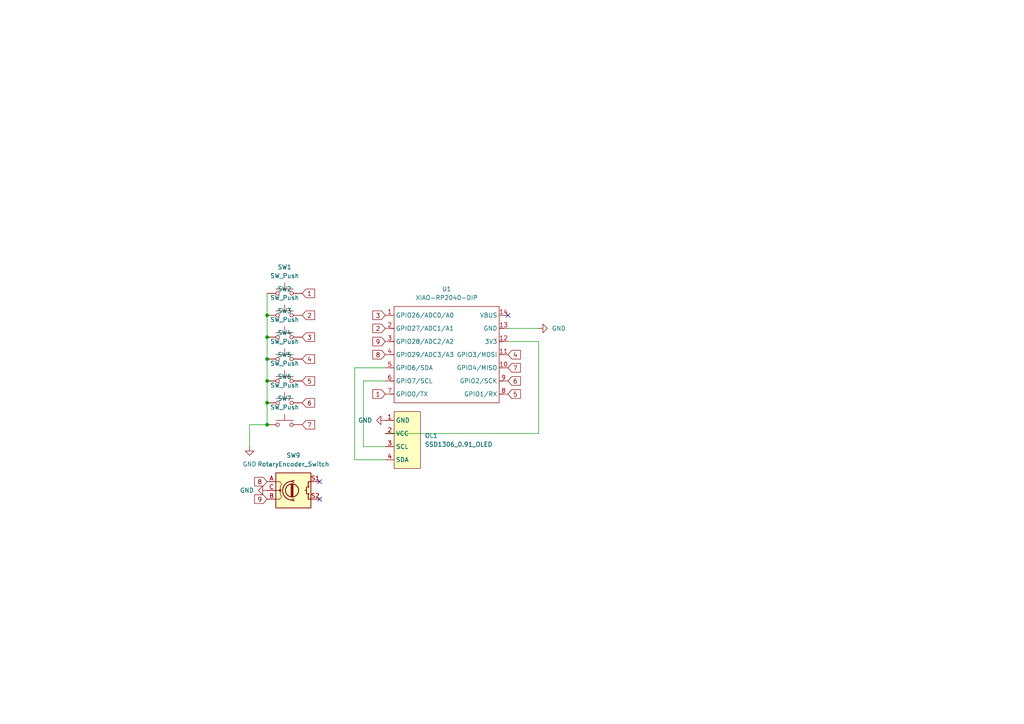
<source format=kicad_sch>
(kicad_sch
	(version 20250114)
	(generator "eeschema")
	(generator_version "9.0")
	(uuid "d8af2110-d916-4e3c-bc48-8deaa86c9600")
	(paper "A4")
	(lib_symbols
		(symbol "Device:RotaryEncoder_Switch"
			(pin_names
				(offset 0.254)
				(hide yes)
			)
			(exclude_from_sim no)
			(in_bom yes)
			(on_board yes)
			(property "Reference" "SW"
				(at 0 6.604 0)
				(effects
					(font
						(size 1.27 1.27)
					)
				)
			)
			(property "Value" "RotaryEncoder_Switch"
				(at 0 -6.604 0)
				(effects
					(font
						(size 1.27 1.27)
					)
				)
			)
			(property "Footprint" ""
				(at -3.81 4.064 0)
				(effects
					(font
						(size 1.27 1.27)
					)
					(hide yes)
				)
			)
			(property "Datasheet" "~"
				(at 0 6.604 0)
				(effects
					(font
						(size 1.27 1.27)
					)
					(hide yes)
				)
			)
			(property "Description" "Rotary encoder, dual channel, incremental quadrate outputs, with switch"
				(at 0 0 0)
				(effects
					(font
						(size 1.27 1.27)
					)
					(hide yes)
				)
			)
			(property "ki_keywords" "rotary switch encoder switch push button"
				(at 0 0 0)
				(effects
					(font
						(size 1.27 1.27)
					)
					(hide yes)
				)
			)
			(property "ki_fp_filters" "RotaryEncoder*Switch*"
				(at 0 0 0)
				(effects
					(font
						(size 1.27 1.27)
					)
					(hide yes)
				)
			)
			(symbol "RotaryEncoder_Switch_0_1"
				(rectangle
					(start -5.08 5.08)
					(end 5.08 -5.08)
					(stroke
						(width 0.254)
						(type default)
					)
					(fill
						(type background)
					)
				)
				(polyline
					(pts
						(xy -5.08 2.54) (xy -3.81 2.54) (xy -3.81 2.032)
					)
					(stroke
						(width 0)
						(type default)
					)
					(fill
						(type none)
					)
				)
				(polyline
					(pts
						(xy -5.08 0) (xy -3.81 0) (xy -3.81 -1.016) (xy -3.302 -2.032)
					)
					(stroke
						(width 0)
						(type default)
					)
					(fill
						(type none)
					)
				)
				(polyline
					(pts
						(xy -5.08 -2.54) (xy -3.81 -2.54) (xy -3.81 -2.032)
					)
					(stroke
						(width 0)
						(type default)
					)
					(fill
						(type none)
					)
				)
				(polyline
					(pts
						(xy -4.318 0) (xy -3.81 0) (xy -3.81 1.016) (xy -3.302 2.032)
					)
					(stroke
						(width 0)
						(type default)
					)
					(fill
						(type none)
					)
				)
				(circle
					(center -3.81 0)
					(radius 0.254)
					(stroke
						(width 0)
						(type default)
					)
					(fill
						(type outline)
					)
				)
				(polyline
					(pts
						(xy -0.635 -1.778) (xy -0.635 1.778)
					)
					(stroke
						(width 0.254)
						(type default)
					)
					(fill
						(type none)
					)
				)
				(circle
					(center -0.381 0)
					(radius 1.905)
					(stroke
						(width 0.254)
						(type default)
					)
					(fill
						(type none)
					)
				)
				(polyline
					(pts
						(xy -0.381 -1.778) (xy -0.381 1.778)
					)
					(stroke
						(width 0.254)
						(type default)
					)
					(fill
						(type none)
					)
				)
				(arc
					(start -0.381 -2.794)
					(mid -3.0988 -0.0635)
					(end -0.381 2.667)
					(stroke
						(width 0.254)
						(type default)
					)
					(fill
						(type none)
					)
				)
				(polyline
					(pts
						(xy -0.127 1.778) (xy -0.127 -1.778)
					)
					(stroke
						(width 0.254)
						(type default)
					)
					(fill
						(type none)
					)
				)
				(polyline
					(pts
						(xy 0.254 2.921) (xy -0.508 2.667) (xy 0.127 2.286)
					)
					(stroke
						(width 0.254)
						(type default)
					)
					(fill
						(type none)
					)
				)
				(polyline
					(pts
						(xy 0.254 -3.048) (xy -0.508 -2.794) (xy 0.127 -2.413)
					)
					(stroke
						(width 0.254)
						(type default)
					)
					(fill
						(type none)
					)
				)
				(polyline
					(pts
						(xy 3.81 1.016) (xy 3.81 -1.016)
					)
					(stroke
						(width 0.254)
						(type default)
					)
					(fill
						(type none)
					)
				)
				(polyline
					(pts
						(xy 3.81 0) (xy 3.429 0)
					)
					(stroke
						(width 0.254)
						(type default)
					)
					(fill
						(type none)
					)
				)
				(circle
					(center 4.318 1.016)
					(radius 0.127)
					(stroke
						(width 0.254)
						(type default)
					)
					(fill
						(type none)
					)
				)
				(circle
					(center 4.318 -1.016)
					(radius 0.127)
					(stroke
						(width 0.254)
						(type default)
					)
					(fill
						(type none)
					)
				)
				(polyline
					(pts
						(xy 5.08 2.54) (xy 4.318 2.54) (xy 4.318 1.016)
					)
					(stroke
						(width 0.254)
						(type default)
					)
					(fill
						(type none)
					)
				)
				(polyline
					(pts
						(xy 5.08 -2.54) (xy 4.318 -2.54) (xy 4.318 -1.016)
					)
					(stroke
						(width 0.254)
						(type default)
					)
					(fill
						(type none)
					)
				)
			)
			(symbol "RotaryEncoder_Switch_1_1"
				(pin passive line
					(at -7.62 2.54 0)
					(length 2.54)
					(name "A"
						(effects
							(font
								(size 1.27 1.27)
							)
						)
					)
					(number "A"
						(effects
							(font
								(size 1.27 1.27)
							)
						)
					)
				)
				(pin passive line
					(at -7.62 0 0)
					(length 2.54)
					(name "C"
						(effects
							(font
								(size 1.27 1.27)
							)
						)
					)
					(number "C"
						(effects
							(font
								(size 1.27 1.27)
							)
						)
					)
				)
				(pin passive line
					(at -7.62 -2.54 0)
					(length 2.54)
					(name "B"
						(effects
							(font
								(size 1.27 1.27)
							)
						)
					)
					(number "B"
						(effects
							(font
								(size 1.27 1.27)
							)
						)
					)
				)
				(pin passive line
					(at 7.62 2.54 180)
					(length 2.54)
					(name "S1"
						(effects
							(font
								(size 1.27 1.27)
							)
						)
					)
					(number "S1"
						(effects
							(font
								(size 1.27 1.27)
							)
						)
					)
				)
				(pin passive line
					(at 7.62 -2.54 180)
					(length 2.54)
					(name "S2"
						(effects
							(font
								(size 1.27 1.27)
							)
						)
					)
					(number "S2"
						(effects
							(font
								(size 1.27 1.27)
							)
						)
					)
				)
			)
			(embedded_fonts no)
		)
		(symbol "SSD1306_0.91_OLED:SSD1306-0.91-OLED"
			(exclude_from_sim no)
			(in_bom yes)
			(on_board yes)
			(property "Reference" "OL"
				(at 8.128 3.556 0)
				(effects
					(font
						(size 1.27 1.27)
					)
				)
			)
			(property "Value" "SSD1306_0.91_OLED"
				(at 8.128 1.524 0)
				(effects
					(font
						(size 1.27 1.27)
					)
				)
			)
			(property "Footprint" ""
				(at 7.62 1.27 0)
				(effects
					(font
						(size 1.27 1.27)
					)
					(hide yes)
				)
			)
			(property "Datasheet" ""
				(at 7.62 1.27 0)
				(effects
					(font
						(size 1.27 1.27)
					)
					(hide yes)
				)
			)
			(property "Description" ""
				(at 7.62 1.27 0)
				(effects
					(font
						(size 1.27 1.27)
					)
					(hide yes)
				)
			)
			(symbol "SSD1306-0.91-OLED_1_1"
				(rectangle
					(start 0 0)
					(end 16.51 -7.62)
					(stroke
						(width 0)
						(type solid)
					)
					(fill
						(type background)
					)
				)
				(pin passive line
					(at 2.54 -10.16 90)
					(length 2.54)
					(name "GND"
						(effects
							(font
								(size 1.27 1.27)
							)
						)
					)
					(number "1"
						(effects
							(font
								(size 1.27 1.27)
							)
						)
					)
				)
				(pin passive line
					(at 6.35 -10.16 90)
					(length 2.54)
					(name "VCC"
						(effects
							(font
								(size 1.27 1.27)
							)
						)
					)
					(number "2"
						(effects
							(font
								(size 1.27 1.27)
							)
						)
					)
				)
				(pin passive line
					(at 10.16 -10.16 90)
					(length 2.54)
					(name "SCL"
						(effects
							(font
								(size 1.27 1.27)
							)
						)
					)
					(number "3"
						(effects
							(font
								(size 1.27 1.27)
							)
						)
					)
				)
				(pin passive line
					(at 13.97 -10.16 90)
					(length 2.54)
					(name "SDA"
						(effects
							(font
								(size 1.27 1.27)
							)
						)
					)
					(number "4"
						(effects
							(font
								(size 1.27 1.27)
							)
						)
					)
				)
			)
			(embedded_fonts no)
		)
		(symbol "Seeed_Studio_XIAO_Series:XIAO-RP2040-DIP"
			(exclude_from_sim no)
			(in_bom yes)
			(on_board yes)
			(property "Reference" "U"
				(at 0 0 0)
				(effects
					(font
						(size 1.27 1.27)
					)
				)
			)
			(property "Value" "XIAO-RP2040-DIP"
				(at 5.334 -1.778 0)
				(effects
					(font
						(size 1.27 1.27)
					)
				)
			)
			(property "Footprint" "Module:MOUDLE14P-XIAO-DIP-SMD"
				(at 14.478 -32.258 0)
				(effects
					(font
						(size 1.27 1.27)
					)
					(hide yes)
				)
			)
			(property "Datasheet" ""
				(at 0 0 0)
				(effects
					(font
						(size 1.27 1.27)
					)
					(hide yes)
				)
			)
			(property "Description" ""
				(at 0 0 0)
				(effects
					(font
						(size 1.27 1.27)
					)
					(hide yes)
				)
			)
			(symbol "XIAO-RP2040-DIP_1_0"
				(polyline
					(pts
						(xy -1.27 -2.54) (xy 29.21 -2.54)
					)
					(stroke
						(width 0.1524)
						(type solid)
					)
					(fill
						(type none)
					)
				)
				(polyline
					(pts
						(xy -1.27 -5.08) (xy -2.54 -5.08)
					)
					(stroke
						(width 0.1524)
						(type solid)
					)
					(fill
						(type none)
					)
				)
				(polyline
					(pts
						(xy -1.27 -5.08) (xy -1.27 -2.54)
					)
					(stroke
						(width 0.1524)
						(type solid)
					)
					(fill
						(type none)
					)
				)
				(polyline
					(pts
						(xy -1.27 -8.89) (xy -2.54 -8.89)
					)
					(stroke
						(width 0.1524)
						(type solid)
					)
					(fill
						(type none)
					)
				)
				(polyline
					(pts
						(xy -1.27 -8.89) (xy -1.27 -5.08)
					)
					(stroke
						(width 0.1524)
						(type solid)
					)
					(fill
						(type none)
					)
				)
				(polyline
					(pts
						(xy -1.27 -12.7) (xy -2.54 -12.7)
					)
					(stroke
						(width 0.1524)
						(type solid)
					)
					(fill
						(type none)
					)
				)
				(polyline
					(pts
						(xy -1.27 -12.7) (xy -1.27 -8.89)
					)
					(stroke
						(width 0.1524)
						(type solid)
					)
					(fill
						(type none)
					)
				)
				(polyline
					(pts
						(xy -1.27 -16.51) (xy -2.54 -16.51)
					)
					(stroke
						(width 0.1524)
						(type solid)
					)
					(fill
						(type none)
					)
				)
				(polyline
					(pts
						(xy -1.27 -16.51) (xy -1.27 -12.7)
					)
					(stroke
						(width 0.1524)
						(type solid)
					)
					(fill
						(type none)
					)
				)
				(polyline
					(pts
						(xy -1.27 -20.32) (xy -2.54 -20.32)
					)
					(stroke
						(width 0.1524)
						(type solid)
					)
					(fill
						(type none)
					)
				)
				(polyline
					(pts
						(xy -1.27 -24.13) (xy -2.54 -24.13)
					)
					(stroke
						(width 0.1524)
						(type solid)
					)
					(fill
						(type none)
					)
				)
				(polyline
					(pts
						(xy -1.27 -27.94) (xy -2.54 -27.94)
					)
					(stroke
						(width 0.1524)
						(type solid)
					)
					(fill
						(type none)
					)
				)
				(polyline
					(pts
						(xy -1.27 -30.48) (xy -1.27 -16.51)
					)
					(stroke
						(width 0.1524)
						(type solid)
					)
					(fill
						(type none)
					)
				)
				(polyline
					(pts
						(xy 29.21 -2.54) (xy 29.21 -5.08)
					)
					(stroke
						(width 0.1524)
						(type solid)
					)
					(fill
						(type none)
					)
				)
				(polyline
					(pts
						(xy 29.21 -5.08) (xy 29.21 -8.89)
					)
					(stroke
						(width 0.1524)
						(type solid)
					)
					(fill
						(type none)
					)
				)
				(polyline
					(pts
						(xy 29.21 -8.89) (xy 29.21 -12.7)
					)
					(stroke
						(width 0.1524)
						(type solid)
					)
					(fill
						(type none)
					)
				)
				(polyline
					(pts
						(xy 29.21 -12.7) (xy 29.21 -30.48)
					)
					(stroke
						(width 0.1524)
						(type solid)
					)
					(fill
						(type none)
					)
				)
				(polyline
					(pts
						(xy 29.21 -30.48) (xy -1.27 -30.48)
					)
					(stroke
						(width 0.1524)
						(type solid)
					)
					(fill
						(type none)
					)
				)
				(polyline
					(pts
						(xy 30.48 -5.08) (xy 29.21 -5.08)
					)
					(stroke
						(width 0.1524)
						(type solid)
					)
					(fill
						(type none)
					)
				)
				(polyline
					(pts
						(xy 30.48 -8.89) (xy 29.21 -8.89)
					)
					(stroke
						(width 0.1524)
						(type solid)
					)
					(fill
						(type none)
					)
				)
				(polyline
					(pts
						(xy 30.48 -12.7) (xy 29.21 -12.7)
					)
					(stroke
						(width 0.1524)
						(type solid)
					)
					(fill
						(type none)
					)
				)
				(polyline
					(pts
						(xy 30.48 -16.51) (xy 29.21 -16.51)
					)
					(stroke
						(width 0.1524)
						(type solid)
					)
					(fill
						(type none)
					)
				)
				(polyline
					(pts
						(xy 30.48 -20.32) (xy 29.21 -20.32)
					)
					(stroke
						(width 0.1524)
						(type solid)
					)
					(fill
						(type none)
					)
				)
				(polyline
					(pts
						(xy 30.48 -24.13) (xy 29.21 -24.13)
					)
					(stroke
						(width 0.1524)
						(type solid)
					)
					(fill
						(type none)
					)
				)
				(polyline
					(pts
						(xy 30.48 -27.94) (xy 29.21 -27.94)
					)
					(stroke
						(width 0.1524)
						(type solid)
					)
					(fill
						(type none)
					)
				)
				(pin passive line
					(at -3.81 -5.08 0)
					(length 2.54)
					(name "GPIO26/ADC0/A0"
						(effects
							(font
								(size 1.27 1.27)
							)
						)
					)
					(number "1"
						(effects
							(font
								(size 1.27 1.27)
							)
						)
					)
				)
				(pin passive line
					(at -3.81 -8.89 0)
					(length 2.54)
					(name "GPIO27/ADC1/A1"
						(effects
							(font
								(size 1.27 1.27)
							)
						)
					)
					(number "2"
						(effects
							(font
								(size 1.27 1.27)
							)
						)
					)
				)
				(pin passive line
					(at -3.81 -12.7 0)
					(length 2.54)
					(name "GPIO28/ADC2/A2"
						(effects
							(font
								(size 1.27 1.27)
							)
						)
					)
					(number "3"
						(effects
							(font
								(size 1.27 1.27)
							)
						)
					)
				)
				(pin passive line
					(at -3.81 -16.51 0)
					(length 2.54)
					(name "GPIO29/ADC3/A3"
						(effects
							(font
								(size 1.27 1.27)
							)
						)
					)
					(number "4"
						(effects
							(font
								(size 1.27 1.27)
							)
						)
					)
				)
				(pin passive line
					(at -3.81 -20.32 0)
					(length 2.54)
					(name "GPIO6/SDA"
						(effects
							(font
								(size 1.27 1.27)
							)
						)
					)
					(number "5"
						(effects
							(font
								(size 1.27 1.27)
							)
						)
					)
				)
				(pin passive line
					(at -3.81 -24.13 0)
					(length 2.54)
					(name "GPIO7/SCL"
						(effects
							(font
								(size 1.27 1.27)
							)
						)
					)
					(number "6"
						(effects
							(font
								(size 1.27 1.27)
							)
						)
					)
				)
				(pin passive line
					(at -3.81 -27.94 0)
					(length 2.54)
					(name "GPIO0/TX"
						(effects
							(font
								(size 1.27 1.27)
							)
						)
					)
					(number "7"
						(effects
							(font
								(size 1.27 1.27)
							)
						)
					)
				)
				(pin passive line
					(at 31.75 -5.08 180)
					(length 2.54)
					(name "VBUS"
						(effects
							(font
								(size 1.27 1.27)
							)
						)
					)
					(number "14"
						(effects
							(font
								(size 1.27 1.27)
							)
						)
					)
				)
				(pin passive line
					(at 31.75 -8.89 180)
					(length 2.54)
					(name "GND"
						(effects
							(font
								(size 1.27 1.27)
							)
						)
					)
					(number "13"
						(effects
							(font
								(size 1.27 1.27)
							)
						)
					)
				)
				(pin passive line
					(at 31.75 -12.7 180)
					(length 2.54)
					(name "3V3"
						(effects
							(font
								(size 1.27 1.27)
							)
						)
					)
					(number "12"
						(effects
							(font
								(size 1.27 1.27)
							)
						)
					)
				)
				(pin passive line
					(at 31.75 -16.51 180)
					(length 2.54)
					(name "GPIO3/MOSI"
						(effects
							(font
								(size 1.27 1.27)
							)
						)
					)
					(number "11"
						(effects
							(font
								(size 1.27 1.27)
							)
						)
					)
				)
				(pin passive line
					(at 31.75 -20.32 180)
					(length 2.54)
					(name "GPIO4/MISO"
						(effects
							(font
								(size 1.27 1.27)
							)
						)
					)
					(number "10"
						(effects
							(font
								(size 1.27 1.27)
							)
						)
					)
				)
				(pin passive line
					(at 31.75 -24.13 180)
					(length 2.54)
					(name "GPIO2/SCK"
						(effects
							(font
								(size 1.27 1.27)
							)
						)
					)
					(number "9"
						(effects
							(font
								(size 1.27 1.27)
							)
						)
					)
				)
				(pin passive line
					(at 31.75 -27.94 180)
					(length 2.54)
					(name "GPIO1/RX"
						(effects
							(font
								(size 1.27 1.27)
							)
						)
					)
					(number "8"
						(effects
							(font
								(size 1.27 1.27)
							)
						)
					)
				)
			)
			(embedded_fonts no)
		)
		(symbol "Switch:SW_Push"
			(pin_numbers
				(hide yes)
			)
			(pin_names
				(offset 1.016)
				(hide yes)
			)
			(exclude_from_sim no)
			(in_bom yes)
			(on_board yes)
			(property "Reference" "SW"
				(at 1.27 2.54 0)
				(effects
					(font
						(size 1.27 1.27)
					)
					(justify left)
				)
			)
			(property "Value" "SW_Push"
				(at 0 -1.524 0)
				(effects
					(font
						(size 1.27 1.27)
					)
				)
			)
			(property "Footprint" ""
				(at 0 5.08 0)
				(effects
					(font
						(size 1.27 1.27)
					)
					(hide yes)
				)
			)
			(property "Datasheet" "~"
				(at 0 5.08 0)
				(effects
					(font
						(size 1.27 1.27)
					)
					(hide yes)
				)
			)
			(property "Description" "Push button switch, generic, two pins"
				(at 0 0 0)
				(effects
					(font
						(size 1.27 1.27)
					)
					(hide yes)
				)
			)
			(property "ki_keywords" "switch normally-open pushbutton push-button"
				(at 0 0 0)
				(effects
					(font
						(size 1.27 1.27)
					)
					(hide yes)
				)
			)
			(symbol "SW_Push_0_1"
				(circle
					(center -2.032 0)
					(radius 0.508)
					(stroke
						(width 0)
						(type default)
					)
					(fill
						(type none)
					)
				)
				(polyline
					(pts
						(xy 0 1.27) (xy 0 3.048)
					)
					(stroke
						(width 0)
						(type default)
					)
					(fill
						(type none)
					)
				)
				(circle
					(center 2.032 0)
					(radius 0.508)
					(stroke
						(width 0)
						(type default)
					)
					(fill
						(type none)
					)
				)
				(polyline
					(pts
						(xy 2.54 1.27) (xy -2.54 1.27)
					)
					(stroke
						(width 0)
						(type default)
					)
					(fill
						(type none)
					)
				)
				(pin passive line
					(at -5.08 0 0)
					(length 2.54)
					(name "1"
						(effects
							(font
								(size 1.27 1.27)
							)
						)
					)
					(number "1"
						(effects
							(font
								(size 1.27 1.27)
							)
						)
					)
				)
				(pin passive line
					(at 5.08 0 180)
					(length 2.54)
					(name "2"
						(effects
							(font
								(size 1.27 1.27)
							)
						)
					)
					(number "2"
						(effects
							(font
								(size 1.27 1.27)
							)
						)
					)
				)
			)
			(embedded_fonts no)
		)
		(symbol "power:GND"
			(power)
			(pin_numbers
				(hide yes)
			)
			(pin_names
				(offset 0)
				(hide yes)
			)
			(exclude_from_sim no)
			(in_bom yes)
			(on_board yes)
			(property "Reference" "#PWR"
				(at 0 -6.35 0)
				(effects
					(font
						(size 1.27 1.27)
					)
					(hide yes)
				)
			)
			(property "Value" "GND"
				(at 0 -3.81 0)
				(effects
					(font
						(size 1.27 1.27)
					)
				)
			)
			(property "Footprint" ""
				(at 0 0 0)
				(effects
					(font
						(size 1.27 1.27)
					)
					(hide yes)
				)
			)
			(property "Datasheet" ""
				(at 0 0 0)
				(effects
					(font
						(size 1.27 1.27)
					)
					(hide yes)
				)
			)
			(property "Description" "Power symbol creates a global label with name \"GND\" , ground"
				(at 0 0 0)
				(effects
					(font
						(size 1.27 1.27)
					)
					(hide yes)
				)
			)
			(property "ki_keywords" "global power"
				(at 0 0 0)
				(effects
					(font
						(size 1.27 1.27)
					)
					(hide yes)
				)
			)
			(symbol "GND_0_1"
				(polyline
					(pts
						(xy 0 0) (xy 0 -1.27) (xy 1.27 -1.27) (xy 0 -2.54) (xy -1.27 -1.27) (xy 0 -1.27)
					)
					(stroke
						(width 0)
						(type default)
					)
					(fill
						(type none)
					)
				)
			)
			(symbol "GND_1_1"
				(pin power_in line
					(at 0 0 270)
					(length 0)
					(name "~"
						(effects
							(font
								(size 1.27 1.27)
							)
						)
					)
					(number "1"
						(effects
							(font
								(size 1.27 1.27)
							)
						)
					)
				)
			)
			(embedded_fonts no)
		)
	)
	(junction
		(at 77.47 123.19)
		(diameter 0)
		(color 0 0 0 0)
		(uuid "1b488aae-f463-42a0-9806-2b26f85c1484")
	)
	(junction
		(at 77.47 104.14)
		(diameter 0)
		(color 0 0 0 0)
		(uuid "45e1ec67-fb6b-4335-b2d4-978e9a3ef8fa")
	)
	(junction
		(at 77.47 91.44)
		(diameter 0)
		(color 0 0 0 0)
		(uuid "51266317-263d-4dc9-8666-afb7c7f12760")
	)
	(junction
		(at 77.47 116.84)
		(diameter 0)
		(color 0 0 0 0)
		(uuid "6260211c-a4e2-4352-8898-1db5d0b14374")
	)
	(junction
		(at 77.47 110.49)
		(diameter 0)
		(color 0 0 0 0)
		(uuid "915b2fc5-5cb3-437d-835f-28afc6507650")
	)
	(junction
		(at 77.47 97.79)
		(diameter 0)
		(color 0 0 0 0)
		(uuid "f50894b4-45c0-4e43-b206-dced2f49984f")
	)
	(no_connect
		(at 92.71 144.78)
		(uuid "1a4eca26-10df-4a3d-9004-5931bec8b511")
	)
	(no_connect
		(at 92.71 139.7)
		(uuid "539a3b59-030d-4212-b94c-2a50159d1732")
	)
	(no_connect
		(at 147.32 91.44)
		(uuid "cb9257c5-6aba-4b24-841d-b994aacc6fae")
	)
	(wire
		(pts
			(xy 77.47 123.19) (xy 72.39 123.19)
		)
		(stroke
			(width 0)
			(type default)
		)
		(uuid "0dc75538-a35c-4197-839f-f91faaea6cbd")
	)
	(wire
		(pts
			(xy 156.21 99.06) (xy 147.32 99.06)
		)
		(stroke
			(width 0)
			(type default)
		)
		(uuid "1cca0827-d08b-4804-95d2-abc7243f4ab7")
	)
	(wire
		(pts
			(xy 102.87 106.68) (xy 111.76 106.68)
		)
		(stroke
			(width 0)
			(type default)
		)
		(uuid "232f9498-1966-462d-bc35-2e9b09a396a8")
	)
	(wire
		(pts
			(xy 77.47 104.14) (xy 77.47 110.49)
		)
		(stroke
			(width 0)
			(type default)
		)
		(uuid "23bc28ec-6a82-491d-9661-81aeca151d86")
	)
	(wire
		(pts
			(xy 147.32 95.25) (xy 156.21 95.25)
		)
		(stroke
			(width 0)
			(type default)
		)
		(uuid "281f9364-93b6-4a45-be20-f6c85e6593e4")
	)
	(wire
		(pts
			(xy 77.47 97.79) (xy 77.47 104.14)
		)
		(stroke
			(width 0)
			(type default)
		)
		(uuid "2ffb26dd-822c-417e-9766-2c3887204aa2")
	)
	(wire
		(pts
			(xy 156.21 125.73) (xy 156.21 99.06)
		)
		(stroke
			(width 0)
			(type default)
		)
		(uuid "474d51a9-89c7-460a-bd86-116b7da92dad")
	)
	(wire
		(pts
			(xy 105.41 129.54) (xy 105.41 110.49)
		)
		(stroke
			(width 0)
			(type default)
		)
		(uuid "4a37f5af-1d66-48c5-9077-52be1b5e99b2")
	)
	(wire
		(pts
			(xy 105.41 110.49) (xy 111.76 110.49)
		)
		(stroke
			(width 0)
			(type default)
		)
		(uuid "87f117a8-425e-48a1-b088-ee3cde821dc9")
	)
	(wire
		(pts
			(xy 77.47 116.84) (xy 77.47 123.19)
		)
		(stroke
			(width 0)
			(type default)
		)
		(uuid "8ccbedf2-e3d9-49a8-b507-5a032e39d91a")
	)
	(wire
		(pts
			(xy 77.47 110.49) (xy 77.47 116.84)
		)
		(stroke
			(width 0)
			(type default)
		)
		(uuid "8fd77c9a-0997-4f55-8b0e-96d45fd5ab93")
	)
	(wire
		(pts
			(xy 77.47 85.09) (xy 77.47 91.44)
		)
		(stroke
			(width 0)
			(type default)
		)
		(uuid "922d8930-3123-4141-8ea5-bc2442200847")
	)
	(wire
		(pts
			(xy 72.39 129.54) (xy 72.39 123.19)
		)
		(stroke
			(width 0)
			(type default)
		)
		(uuid "969983fa-e9b8-48f5-98a2-63391472bf9b")
	)
	(wire
		(pts
			(xy 77.47 91.44) (xy 77.47 97.79)
		)
		(stroke
			(width 0)
			(type default)
		)
		(uuid "a863263e-5c24-471b-9578-933ba017adeb")
	)
	(wire
		(pts
			(xy 111.76 129.54) (xy 105.41 129.54)
		)
		(stroke
			(width 0)
			(type default)
		)
		(uuid "ad8c0c18-659c-434e-b750-4ff0f436a249")
	)
	(wire
		(pts
			(xy 111.76 125.73) (xy 156.21 125.73)
		)
		(stroke
			(width 0)
			(type default)
		)
		(uuid "c4436bde-f641-4659-9071-7341a52c12ec")
	)
	(wire
		(pts
			(xy 111.76 133.35) (xy 102.87 133.35)
		)
		(stroke
			(width 0)
			(type default)
		)
		(uuid "cc626cea-1d5a-4c67-9c4d-b853a9d2d09b")
	)
	(wire
		(pts
			(xy 102.87 133.35) (xy 102.87 106.68)
		)
		(stroke
			(width 0)
			(type default)
		)
		(uuid "e76f9fb0-9c83-4bd4-a5f2-ca15d7df1ab6")
	)
	(global_label "6"
		(shape input)
		(at 87.63 116.84 0)
		(fields_autoplaced yes)
		(effects
			(font
				(size 1.27 1.27)
			)
			(justify left)
		)
		(uuid "31b70214-1307-43e3-b17b-864703095811")
		(property "Intersheetrefs" "${INTERSHEET_REFS}"
			(at 91.8247 116.84 0)
			(effects
				(font
					(size 1.27 1.27)
				)
				(justify left)
				(hide yes)
			)
		)
	)
	(global_label "7"
		(shape input)
		(at 147.32 106.68 0)
		(fields_autoplaced yes)
		(effects
			(font
				(size 1.27 1.27)
			)
			(justify left)
		)
		(uuid "3db81ef6-2b16-4faf-9555-24ceab285089")
		(property "Intersheetrefs" "${INTERSHEET_REFS}"
			(at 151.5147 106.68 0)
			(effects
				(font
					(size 1.27 1.27)
				)
				(justify left)
				(hide yes)
			)
		)
	)
	(global_label "5"
		(shape input)
		(at 87.63 110.49 0)
		(fields_autoplaced yes)
		(effects
			(font
				(size 1.27 1.27)
			)
			(justify left)
		)
		(uuid "6f01c49b-e8b0-45a2-9e98-a070bc933466")
		(property "Intersheetrefs" "${INTERSHEET_REFS}"
			(at 91.8247 110.49 0)
			(effects
				(font
					(size 1.27 1.27)
				)
				(justify left)
				(hide yes)
			)
		)
	)
	(global_label "1"
		(shape input)
		(at 111.76 114.3 180)
		(fields_autoplaced yes)
		(effects
			(font
				(size 1.27 1.27)
			)
			(justify right)
		)
		(uuid "7681ac60-aab2-426b-95d0-7e6dae761f25")
		(property "Intersheetrefs" "${INTERSHEET_REFS}"
			(at 107.5653 114.3 0)
			(effects
				(font
					(size 1.27 1.27)
				)
				(justify right)
				(hide yes)
			)
		)
	)
	(global_label "9"
		(shape input)
		(at 77.47 144.78 180)
		(fields_autoplaced yes)
		(effects
			(font
				(size 1.27 1.27)
			)
			(justify right)
		)
		(uuid "76b0f766-17dd-40da-8067-1e378d7ac7ad")
		(property "Intersheetrefs" "${INTERSHEET_REFS}"
			(at 73.2753 144.78 0)
			(effects
				(font
					(size 1.27 1.27)
				)
				(justify right)
				(hide yes)
			)
		)
	)
	(global_label "8"
		(shape input)
		(at 111.76 102.87 180)
		(fields_autoplaced yes)
		(effects
			(font
				(size 1.27 1.27)
			)
			(justify right)
		)
		(uuid "7c120db9-9988-4458-879b-90e397876877")
		(property "Intersheetrefs" "${INTERSHEET_REFS}"
			(at 107.5653 102.87 0)
			(effects
				(font
					(size 1.27 1.27)
				)
				(justify right)
				(hide yes)
			)
		)
	)
	(global_label "7"
		(shape input)
		(at 87.63 123.19 0)
		(fields_autoplaced yes)
		(effects
			(font
				(size 1.27 1.27)
			)
			(justify left)
		)
		(uuid "8399750f-664e-406d-898a-c937e8082e37")
		(property "Intersheetrefs" "${INTERSHEET_REFS}"
			(at 91.8247 123.19 0)
			(effects
				(font
					(size 1.27 1.27)
				)
				(justify left)
				(hide yes)
			)
		)
	)
	(global_label "1"
		(shape input)
		(at 87.63 85.09 0)
		(fields_autoplaced yes)
		(effects
			(font
				(size 1.27 1.27)
			)
			(justify left)
		)
		(uuid "8542af04-900c-44f9-ba9d-3f79732fdf18")
		(property "Intersheetrefs" "${INTERSHEET_REFS}"
			(at 91.8247 85.09 0)
			(effects
				(font
					(size 1.27 1.27)
				)
				(justify left)
				(hide yes)
			)
		)
	)
	(global_label "4"
		(shape input)
		(at 87.63 104.14 0)
		(fields_autoplaced yes)
		(effects
			(font
				(size 1.27 1.27)
			)
			(justify left)
		)
		(uuid "88ee5e53-5e36-4240-83d8-61fc2827eb56")
		(property "Intersheetrefs" "${INTERSHEET_REFS}"
			(at 91.8247 104.14 0)
			(effects
				(font
					(size 1.27 1.27)
				)
				(justify left)
				(hide yes)
			)
		)
	)
	(global_label "4"
		(shape input)
		(at 147.32 102.87 0)
		(fields_autoplaced yes)
		(effects
			(font
				(size 1.27 1.27)
			)
			(justify left)
		)
		(uuid "98d74adf-85b0-42c2-8dd9-f6b089fec11b")
		(property "Intersheetrefs" "${INTERSHEET_REFS}"
			(at 151.5147 102.87 0)
			(effects
				(font
					(size 1.27 1.27)
				)
				(justify left)
				(hide yes)
			)
		)
	)
	(global_label "6"
		(shape input)
		(at 147.32 110.49 0)
		(fields_autoplaced yes)
		(effects
			(font
				(size 1.27 1.27)
			)
			(justify left)
		)
		(uuid "9a0710a5-c935-460a-8c91-1bf838a1cf9c")
		(property "Intersheetrefs" "${INTERSHEET_REFS}"
			(at 151.5147 110.49 0)
			(effects
				(font
					(size 1.27 1.27)
				)
				(justify left)
				(hide yes)
			)
		)
	)
	(global_label "5"
		(shape input)
		(at 147.32 114.3 0)
		(fields_autoplaced yes)
		(effects
			(font
				(size 1.27 1.27)
			)
			(justify left)
		)
		(uuid "ae252360-cc4b-494c-80fa-b2aaf7aafea4")
		(property "Intersheetrefs" "${INTERSHEET_REFS}"
			(at 151.5147 114.3 0)
			(effects
				(font
					(size 1.27 1.27)
				)
				(justify left)
				(hide yes)
			)
		)
	)
	(global_label "3"
		(shape input)
		(at 111.76 91.44 180)
		(fields_autoplaced yes)
		(effects
			(font
				(size 1.27 1.27)
			)
			(justify right)
		)
		(uuid "b44ba339-6413-41a9-8495-44563122fae4")
		(property "Intersheetrefs" "${INTERSHEET_REFS}"
			(at 107.5653 91.44 0)
			(effects
				(font
					(size 1.27 1.27)
				)
				(justify right)
				(hide yes)
			)
		)
	)
	(global_label "8"
		(shape input)
		(at 77.47 139.7 180)
		(fields_autoplaced yes)
		(effects
			(font
				(size 1.27 1.27)
			)
			(justify right)
		)
		(uuid "b5906e3d-6d46-46a5-8f0e-0c359c86f9ff")
		(property "Intersheetrefs" "${INTERSHEET_REFS}"
			(at 73.2753 139.7 0)
			(effects
				(font
					(size 1.27 1.27)
				)
				(justify right)
				(hide yes)
			)
		)
	)
	(global_label "2"
		(shape input)
		(at 111.76 95.25 180)
		(fields_autoplaced yes)
		(effects
			(font
				(size 1.27 1.27)
			)
			(justify right)
		)
		(uuid "c00644ba-b653-40bf-8a5f-01f7e8ae65c0")
		(property "Intersheetrefs" "${INTERSHEET_REFS}"
			(at 107.5653 95.25 0)
			(effects
				(font
					(size 1.27 1.27)
				)
				(justify right)
				(hide yes)
			)
		)
	)
	(global_label "9"
		(shape input)
		(at 111.76 99.06 180)
		(fields_autoplaced yes)
		(effects
			(font
				(size 1.27 1.27)
			)
			(justify right)
		)
		(uuid "d90d2f37-6841-4142-9eaa-2b2791571670")
		(property "Intersheetrefs" "${INTERSHEET_REFS}"
			(at 107.5653 99.06 0)
			(effects
				(font
					(size 1.27 1.27)
				)
				(justify right)
				(hide yes)
			)
		)
	)
	(global_label "2"
		(shape input)
		(at 87.63 91.44 0)
		(fields_autoplaced yes)
		(effects
			(font
				(size 1.27 1.27)
			)
			(justify left)
		)
		(uuid "e295ce71-13fd-400c-af4a-c1c0e851faf3")
		(property "Intersheetrefs" "${INTERSHEET_REFS}"
			(at 91.8247 91.44 0)
			(effects
				(font
					(size 1.27 1.27)
				)
				(justify left)
				(hide yes)
			)
		)
	)
	(global_label "3"
		(shape input)
		(at 87.63 97.79 0)
		(fields_autoplaced yes)
		(effects
			(font
				(size 1.27 1.27)
			)
			(justify left)
		)
		(uuid "e675a646-0c34-4e78-a898-785c41ad9f32")
		(property "Intersheetrefs" "${INTERSHEET_REFS}"
			(at 91.8247 97.79 0)
			(effects
				(font
					(size 1.27 1.27)
				)
				(justify left)
				(hide yes)
			)
		)
	)
	(symbol
		(lib_id "Switch:SW_Push")
		(at 82.55 123.19 0)
		(unit 1)
		(exclude_from_sim no)
		(in_bom yes)
		(on_board yes)
		(dnp no)
		(fields_autoplaced yes)
		(uuid "32633ddb-664c-45a0-9bc6-d8a6b9ba5ea0")
		(property "Reference" "SW7"
			(at 82.55 115.57 0)
			(effects
				(font
					(size 1.27 1.27)
				)
			)
		)
		(property "Value" "SW_Push"
			(at 82.55 118.11 0)
			(effects
				(font
					(size 1.27 1.27)
				)
			)
		)
		(property "Footprint" "Button_Switch_Keyboard:SW_Cherry_MX_1.00u_PCB"
			(at 82.55 118.11 0)
			(effects
				(font
					(size 1.27 1.27)
				)
				(hide yes)
			)
		)
		(property "Datasheet" "~"
			(at 82.55 118.11 0)
			(effects
				(font
					(size 1.27 1.27)
				)
				(hide yes)
			)
		)
		(property "Description" "Push button switch, generic, two pins"
			(at 82.55 123.19 0)
			(effects
				(font
					(size 1.27 1.27)
				)
				(hide yes)
			)
		)
		(pin "1"
			(uuid "65b27f9b-0023-4a6f-bf71-00a88fe31808")
		)
		(pin "2"
			(uuid "57e6541c-1341-4649-8b9e-c0703d346c6e")
		)
		(instances
			(project "MacroPad"
				(path "/d8af2110-d916-4e3c-bc48-8deaa86c9600"
					(reference "SW7")
					(unit 1)
				)
			)
		)
	)
	(symbol
		(lib_id "power:GND")
		(at 77.47 142.24 270)
		(unit 1)
		(exclude_from_sim no)
		(in_bom yes)
		(on_board yes)
		(dnp no)
		(fields_autoplaced yes)
		(uuid "36580c54-7655-46d2-8f21-f1d39c79a3ee")
		(property "Reference" "#PWR05"
			(at 71.12 142.24 0)
			(effects
				(font
					(size 1.27 1.27)
				)
				(hide yes)
			)
		)
		(property "Value" "GND"
			(at 73.66 142.2399 90)
			(effects
				(font
					(size 1.27 1.27)
				)
				(justify right)
			)
		)
		(property "Footprint" ""
			(at 77.47 142.24 0)
			(effects
				(font
					(size 1.27 1.27)
				)
				(hide yes)
			)
		)
		(property "Datasheet" ""
			(at 77.47 142.24 0)
			(effects
				(font
					(size 1.27 1.27)
				)
				(hide yes)
			)
		)
		(property "Description" "Power symbol creates a global label with name \"GND\" , ground"
			(at 77.47 142.24 0)
			(effects
				(font
					(size 1.27 1.27)
				)
				(hide yes)
			)
		)
		(pin "1"
			(uuid "8e6eda1a-9b9d-47a5-80e0-196819a87057")
		)
		(instances
			(project "MacroPad"
				(path "/d8af2110-d916-4e3c-bc48-8deaa86c9600"
					(reference "#PWR05")
					(unit 1)
				)
			)
		)
	)
	(symbol
		(lib_id "Switch:SW_Push")
		(at 82.55 116.84 0)
		(unit 1)
		(exclude_from_sim no)
		(in_bom yes)
		(on_board yes)
		(dnp no)
		(fields_autoplaced yes)
		(uuid "3f6e4864-ea56-406d-b4dc-60eb1dab88f7")
		(property "Reference" "SW6"
			(at 82.55 109.22 0)
			(effects
				(font
					(size 1.27 1.27)
				)
			)
		)
		(property "Value" "SW_Push"
			(at 82.55 111.76 0)
			(effects
				(font
					(size 1.27 1.27)
				)
			)
		)
		(property "Footprint" "Button_Switch_Keyboard:SW_Cherry_MX_1.00u_PCB"
			(at 82.55 111.76 0)
			(effects
				(font
					(size 1.27 1.27)
				)
				(hide yes)
			)
		)
		(property "Datasheet" "~"
			(at 82.55 111.76 0)
			(effects
				(font
					(size 1.27 1.27)
				)
				(hide yes)
			)
		)
		(property "Description" "Push button switch, generic, two pins"
			(at 82.55 116.84 0)
			(effects
				(font
					(size 1.27 1.27)
				)
				(hide yes)
			)
		)
		(pin "1"
			(uuid "74eb5b95-8145-46f4-aee8-f3f17f71a06b")
		)
		(pin "2"
			(uuid "f8dab3b2-f211-41d8-ad7d-c7cacb05b5b8")
		)
		(instances
			(project "MacroPad"
				(path "/d8af2110-d916-4e3c-bc48-8deaa86c9600"
					(reference "SW6")
					(unit 1)
				)
			)
		)
	)
	(symbol
		(lib_id "Switch:SW_Push")
		(at 82.55 85.09 0)
		(unit 1)
		(exclude_from_sim no)
		(in_bom yes)
		(on_board yes)
		(dnp no)
		(fields_autoplaced yes)
		(uuid "67ee1706-b8de-4231-88cd-c8a54700b7a4")
		(property "Reference" "SW1"
			(at 82.55 77.47 0)
			(effects
				(font
					(size 1.27 1.27)
				)
			)
		)
		(property "Value" "SW_Push"
			(at 82.55 80.01 0)
			(effects
				(font
					(size 1.27 1.27)
				)
			)
		)
		(property "Footprint" "Button_Switch_Keyboard:SW_Cherry_MX_1.00u_PCB"
			(at 82.55 80.01 0)
			(effects
				(font
					(size 1.27 1.27)
				)
				(hide yes)
			)
		)
		(property "Datasheet" "~"
			(at 82.55 80.01 0)
			(effects
				(font
					(size 1.27 1.27)
				)
				(hide yes)
			)
		)
		(property "Description" "Push button switch, generic, two pins"
			(at 82.55 85.09 0)
			(effects
				(font
					(size 1.27 1.27)
				)
				(hide yes)
			)
		)
		(pin "1"
			(uuid "b47d89b5-c7b1-4372-a3d4-12d0f19e64fd")
		)
		(pin "2"
			(uuid "5c60ef94-cde2-47dd-ae69-977770c429f5")
		)
		(instances
			(project ""
				(path "/d8af2110-d916-4e3c-bc48-8deaa86c9600"
					(reference "SW1")
					(unit 1)
				)
			)
		)
	)
	(symbol
		(lib_id "SSD1306_0.91_OLED:SSD1306-0.91-OLED")
		(at 121.92 119.38 270)
		(unit 1)
		(exclude_from_sim no)
		(in_bom yes)
		(on_board yes)
		(dnp no)
		(fields_autoplaced yes)
		(uuid "6bc64221-be62-4c48-aa0e-125b7d027495")
		(property "Reference" "OL1"
			(at 123.19 126.3649 90)
			(effects
				(font
					(size 1.27 1.27)
				)
				(justify left)
			)
		)
		(property "Value" "SSD1306_0.91_OLED"
			(at 123.19 128.9049 90)
			(effects
				(font
					(size 1.27 1.27)
				)
				(justify left)
			)
		)
		(property "Footprint" "OLED .91:SSD1306-0.91-OLED-4pin-128x32"
			(at 123.19 127 0)
			(effects
				(font
					(size 1.27 1.27)
				)
				(hide yes)
			)
		)
		(property "Datasheet" ""
			(at 123.19 127 0)
			(effects
				(font
					(size 1.27 1.27)
				)
				(hide yes)
			)
		)
		(property "Description" ""
			(at 123.19 127 0)
			(effects
				(font
					(size 1.27 1.27)
				)
				(hide yes)
			)
		)
		(pin "2"
			(uuid "05613587-1730-4a81-a75c-ae02dfde0037")
		)
		(pin "1"
			(uuid "6849faa8-e48a-4da4-98a4-506304e3d68d")
		)
		(pin "3"
			(uuid "b92d471c-6636-45c5-afbc-b307fa257402")
		)
		(pin "4"
			(uuid "b384f8dc-18e4-4079-8867-c24c1230c872")
		)
		(instances
			(project ""
				(path "/d8af2110-d916-4e3c-bc48-8deaa86c9600"
					(reference "OL1")
					(unit 1)
				)
			)
		)
	)
	(symbol
		(lib_id "Seeed_Studio_XIAO_Series:XIAO-RP2040-DIP")
		(at 115.57 86.36 0)
		(unit 1)
		(exclude_from_sim no)
		(in_bom yes)
		(on_board yes)
		(dnp no)
		(fields_autoplaced yes)
		(uuid "6f9dce43-9d49-46b7-8bee-419e6d6af5bf")
		(property "Reference" "U1"
			(at 129.54 83.82 0)
			(effects
				(font
					(size 1.27 1.27)
				)
			)
		)
		(property "Value" "XIAO-RP2040-DIP"
			(at 129.54 86.36 0)
			(effects
				(font
					(size 1.27 1.27)
				)
			)
		)
		(property "Footprint" "Seeed Studio XIAO Series:XIAO-RP2040-DIP"
			(at 130.048 118.618 0)
			(effects
				(font
					(size 1.27 1.27)
				)
				(hide yes)
			)
		)
		(property "Datasheet" ""
			(at 115.57 86.36 0)
			(effects
				(font
					(size 1.27 1.27)
				)
				(hide yes)
			)
		)
		(property "Description" ""
			(at 115.57 86.36 0)
			(effects
				(font
					(size 1.27 1.27)
				)
				(hide yes)
			)
		)
		(pin "2"
			(uuid "377adc24-abfb-4923-afc1-316a39b4bd82")
		)
		(pin "11"
			(uuid "7b9b75e7-c4d1-423f-90c2-1f1c1b75773d")
		)
		(pin "9"
			(uuid "3ac68f69-7334-44a3-acf8-43a0af3679b3")
		)
		(pin "1"
			(uuid "2d1bb465-e0d5-48b4-b186-55b5a9538851")
		)
		(pin "6"
			(uuid "a140aaf1-a72f-4c16-aa3c-dd7be947086a")
		)
		(pin "12"
			(uuid "822023a9-222b-4399-bc6b-5abff0386176")
		)
		(pin "4"
			(uuid "b396e0a8-a541-44a6-86e7-5608943cbb66")
		)
		(pin "3"
			(uuid "5ddcfd4d-48a0-467c-b1f0-d5a892a0dd8a")
		)
		(pin "5"
			(uuid "2906dbf0-f56c-4254-ab3e-912dabc65982")
		)
		(pin "8"
			(uuid "94d8e7ad-58a3-4752-b49c-5de6b41e6b0d")
		)
		(pin "10"
			(uuid "55859021-6c71-4f6b-9673-43d75fe1f2b5")
		)
		(pin "7"
			(uuid "1d77eea4-8434-47b8-abd3-9195b3f5f537")
		)
		(pin "14"
			(uuid "07034f91-7510-4d4c-a280-63ecb3456891")
		)
		(pin "13"
			(uuid "5e1a9293-a5bf-4799-8abc-f18e00e0b6fd")
		)
		(instances
			(project ""
				(path "/d8af2110-d916-4e3c-bc48-8deaa86c9600"
					(reference "U1")
					(unit 1)
				)
			)
		)
	)
	(symbol
		(lib_id "Switch:SW_Push")
		(at 82.55 91.44 0)
		(unit 1)
		(exclude_from_sim no)
		(in_bom yes)
		(on_board yes)
		(dnp no)
		(fields_autoplaced yes)
		(uuid "7b376834-bc36-4501-b5cc-bb541f9095c6")
		(property "Reference" "SW2"
			(at 82.55 83.82 0)
			(effects
				(font
					(size 1.27 1.27)
				)
			)
		)
		(property "Value" "SW_Push"
			(at 82.55 86.36 0)
			(effects
				(font
					(size 1.27 1.27)
				)
			)
		)
		(property "Footprint" "Button_Switch_Keyboard:SW_Cherry_MX_1.00u_PCB"
			(at 82.55 86.36 0)
			(effects
				(font
					(size 1.27 1.27)
				)
				(hide yes)
			)
		)
		(property "Datasheet" "~"
			(at 82.55 86.36 0)
			(effects
				(font
					(size 1.27 1.27)
				)
				(hide yes)
			)
		)
		(property "Description" "Push button switch, generic, two pins"
			(at 82.55 91.44 0)
			(effects
				(font
					(size 1.27 1.27)
				)
				(hide yes)
			)
		)
		(pin "1"
			(uuid "aa34979c-d370-4b3e-a5d4-d0de73d39399")
		)
		(pin "2"
			(uuid "1fcd0a36-e023-498d-95ed-37a070ea7609")
		)
		(instances
			(project "MacroPad"
				(path "/d8af2110-d916-4e3c-bc48-8deaa86c9600"
					(reference "SW2")
					(unit 1)
				)
			)
		)
	)
	(symbol
		(lib_id "Device:RotaryEncoder_Switch")
		(at 85.09 142.24 0)
		(unit 1)
		(exclude_from_sim no)
		(in_bom yes)
		(on_board yes)
		(dnp no)
		(fields_autoplaced yes)
		(uuid "7e092e5e-0289-4879-ae81-cbce94f76df6")
		(property "Reference" "SW9"
			(at 85.09 132.08 0)
			(effects
				(font
					(size 1.27 1.27)
				)
			)
		)
		(property "Value" "RotaryEncoder_Switch"
			(at 85.09 134.62 0)
			(effects
				(font
					(size 1.27 1.27)
				)
			)
		)
		(property "Footprint" "Rotary_Encoder:RotaryEncoder_Alps_EC11E-Switch_Vertical_H20mm"
			(at 81.28 138.176 0)
			(effects
				(font
					(size 1.27 1.27)
				)
				(hide yes)
			)
		)
		(property "Datasheet" "~"
			(at 85.09 135.636 0)
			(effects
				(font
					(size 1.27 1.27)
				)
				(hide yes)
			)
		)
		(property "Description" "Rotary encoder, dual channel, incremental quadrate outputs, with switch"
			(at 85.09 142.24 0)
			(effects
				(font
					(size 1.27 1.27)
				)
				(hide yes)
			)
		)
		(pin "B"
			(uuid "a0a23229-530f-42d9-9140-37972309b586")
		)
		(pin "S2"
			(uuid "13caf244-8832-44ea-990f-56fb55b05b95")
		)
		(pin "A"
			(uuid "217ee59b-78c9-4678-a686-52948172fded")
		)
		(pin "C"
			(uuid "6f965c9f-0eb7-44ec-83d6-ec2f8b9c5b9a")
		)
		(pin "S1"
			(uuid "059cff4e-7eb1-4732-9bdf-1c36db6ec9ac")
		)
		(instances
			(project ""
				(path "/d8af2110-d916-4e3c-bc48-8deaa86c9600"
					(reference "SW9")
					(unit 1)
				)
			)
		)
	)
	(symbol
		(lib_id "power:GND")
		(at 156.21 95.25 90)
		(unit 1)
		(exclude_from_sim no)
		(in_bom yes)
		(on_board yes)
		(dnp no)
		(fields_autoplaced yes)
		(uuid "abca9635-d24c-4350-984d-4fd2fd621c08")
		(property "Reference" "#PWR01"
			(at 162.56 95.25 0)
			(effects
				(font
					(size 1.27 1.27)
				)
				(hide yes)
			)
		)
		(property "Value" "GND"
			(at 160.02 95.2499 90)
			(effects
				(font
					(size 1.27 1.27)
				)
				(justify right)
			)
		)
		(property "Footprint" ""
			(at 156.21 95.25 0)
			(effects
				(font
					(size 1.27 1.27)
				)
				(hide yes)
			)
		)
		(property "Datasheet" ""
			(at 156.21 95.25 0)
			(effects
				(font
					(size 1.27 1.27)
				)
				(hide yes)
			)
		)
		(property "Description" "Power symbol creates a global label with name \"GND\" , ground"
			(at 156.21 95.25 0)
			(effects
				(font
					(size 1.27 1.27)
				)
				(hide yes)
			)
		)
		(pin "1"
			(uuid "65d96b75-e79d-49da-a96e-dc556b5c810d")
		)
		(instances
			(project ""
				(path "/d8af2110-d916-4e3c-bc48-8deaa86c9600"
					(reference "#PWR01")
					(unit 1)
				)
			)
		)
	)
	(symbol
		(lib_id "Switch:SW_Push")
		(at 82.55 104.14 0)
		(unit 1)
		(exclude_from_sim no)
		(in_bom yes)
		(on_board yes)
		(dnp no)
		(fields_autoplaced yes)
		(uuid "b1d785eb-153e-47f7-a770-ea6cfb4c2037")
		(property "Reference" "SW4"
			(at 82.55 96.52 0)
			(effects
				(font
					(size 1.27 1.27)
				)
			)
		)
		(property "Value" "SW_Push"
			(at 82.55 99.06 0)
			(effects
				(font
					(size 1.27 1.27)
				)
			)
		)
		(property "Footprint" "Button_Switch_Keyboard:SW_Cherry_MX_1.00u_PCB"
			(at 82.55 99.06 0)
			(effects
				(font
					(size 1.27 1.27)
				)
				(hide yes)
			)
		)
		(property "Datasheet" "~"
			(at 82.55 99.06 0)
			(effects
				(font
					(size 1.27 1.27)
				)
				(hide yes)
			)
		)
		(property "Description" "Push button switch, generic, two pins"
			(at 82.55 104.14 0)
			(effects
				(font
					(size 1.27 1.27)
				)
				(hide yes)
			)
		)
		(pin "1"
			(uuid "af750d57-37b6-47fa-b69e-fbd855a3c1da")
		)
		(pin "2"
			(uuid "14a05c1a-b436-4fcd-9714-400399deba29")
		)
		(instances
			(project "MacroPad"
				(path "/d8af2110-d916-4e3c-bc48-8deaa86c9600"
					(reference "SW4")
					(unit 1)
				)
			)
		)
	)
	(symbol
		(lib_id "power:GND")
		(at 72.39 129.54 0)
		(unit 1)
		(exclude_from_sim no)
		(in_bom yes)
		(on_board yes)
		(dnp no)
		(fields_autoplaced yes)
		(uuid "d89ee8fa-a655-4655-a29b-d446694bd91e")
		(property "Reference" "#PWR04"
			(at 72.39 135.89 0)
			(effects
				(font
					(size 1.27 1.27)
				)
				(hide yes)
			)
		)
		(property "Value" "GND"
			(at 72.39 134.62 0)
			(effects
				(font
					(size 1.27 1.27)
				)
			)
		)
		(property "Footprint" ""
			(at 72.39 129.54 0)
			(effects
				(font
					(size 1.27 1.27)
				)
				(hide yes)
			)
		)
		(property "Datasheet" ""
			(at 72.39 129.54 0)
			(effects
				(font
					(size 1.27 1.27)
				)
				(hide yes)
			)
		)
		(property "Description" "Power symbol creates a global label with name \"GND\" , ground"
			(at 72.39 129.54 0)
			(effects
				(font
					(size 1.27 1.27)
				)
				(hide yes)
			)
		)
		(pin "1"
			(uuid "f43b4c4b-fc1b-46d1-abb1-4d4b60a314ec")
		)
		(instances
			(project ""
				(path "/d8af2110-d916-4e3c-bc48-8deaa86c9600"
					(reference "#PWR04")
					(unit 1)
				)
			)
		)
	)
	(symbol
		(lib_id "Switch:SW_Push")
		(at 82.55 110.49 0)
		(unit 1)
		(exclude_from_sim no)
		(in_bom yes)
		(on_board yes)
		(dnp no)
		(fields_autoplaced yes)
		(uuid "d93a1983-8e50-421e-b077-c7f7ddfdffa4")
		(property "Reference" "SW5"
			(at 82.55 102.87 0)
			(effects
				(font
					(size 1.27 1.27)
				)
			)
		)
		(property "Value" "SW_Push"
			(at 82.55 105.41 0)
			(effects
				(font
					(size 1.27 1.27)
				)
			)
		)
		(property "Footprint" "Button_Switch_Keyboard:SW_Cherry_MX_1.00u_PCB"
			(at 82.55 105.41 0)
			(effects
				(font
					(size 1.27 1.27)
				)
				(hide yes)
			)
		)
		(property "Datasheet" "~"
			(at 82.55 105.41 0)
			(effects
				(font
					(size 1.27 1.27)
				)
				(hide yes)
			)
		)
		(property "Description" "Push button switch, generic, two pins"
			(at 82.55 110.49 0)
			(effects
				(font
					(size 1.27 1.27)
				)
				(hide yes)
			)
		)
		(pin "1"
			(uuid "9db0c1f6-cb7c-4334-9205-77a931d990e0")
		)
		(pin "2"
			(uuid "5f7e32a5-f3c7-4c22-8fd9-fa0b94826ede")
		)
		(instances
			(project "MacroPad"
				(path "/d8af2110-d916-4e3c-bc48-8deaa86c9600"
					(reference "SW5")
					(unit 1)
				)
			)
		)
	)
	(symbol
		(lib_id "Switch:SW_Push")
		(at 82.55 97.79 0)
		(unit 1)
		(exclude_from_sim no)
		(in_bom yes)
		(on_board yes)
		(dnp no)
		(fields_autoplaced yes)
		(uuid "df7dfa07-bf43-4ff6-9d02-8b7734c02af4")
		(property "Reference" "SW3"
			(at 82.55 90.17 0)
			(effects
				(font
					(size 1.27 1.27)
				)
			)
		)
		(property "Value" "SW_Push"
			(at 82.55 92.71 0)
			(effects
				(font
					(size 1.27 1.27)
				)
			)
		)
		(property "Footprint" "Button_Switch_Keyboard:SW_Cherry_MX_1.00u_PCB"
			(at 82.55 92.71 0)
			(effects
				(font
					(size 1.27 1.27)
				)
				(hide yes)
			)
		)
		(property "Datasheet" "~"
			(at 82.55 92.71 0)
			(effects
				(font
					(size 1.27 1.27)
				)
				(hide yes)
			)
		)
		(property "Description" "Push button switch, generic, two pins"
			(at 82.55 97.79 0)
			(effects
				(font
					(size 1.27 1.27)
				)
				(hide yes)
			)
		)
		(pin "1"
			(uuid "54a6b0b6-f60c-475e-ae0b-4b9a3d3f9c94")
		)
		(pin "2"
			(uuid "b849cf78-b23d-48db-bf81-7ad4d9caef26")
		)
		(instances
			(project "MacroPad"
				(path "/d8af2110-d916-4e3c-bc48-8deaa86c9600"
					(reference "SW3")
					(unit 1)
				)
			)
		)
	)
	(symbol
		(lib_id "power:GND")
		(at 111.76 121.92 270)
		(unit 1)
		(exclude_from_sim no)
		(in_bom yes)
		(on_board yes)
		(dnp no)
		(fields_autoplaced yes)
		(uuid "fb96e422-aeb4-47b2-8578-492da2897397")
		(property "Reference" "#PWR03"
			(at 105.41 121.92 0)
			(effects
				(font
					(size 1.27 1.27)
				)
				(hide yes)
			)
		)
		(property "Value" "GND"
			(at 107.95 121.9199 90)
			(effects
				(font
					(size 1.27 1.27)
				)
				(justify right)
			)
		)
		(property "Footprint" ""
			(at 111.76 121.92 0)
			(effects
				(font
					(size 1.27 1.27)
				)
				(hide yes)
			)
		)
		(property "Datasheet" ""
			(at 111.76 121.92 0)
			(effects
				(font
					(size 1.27 1.27)
				)
				(hide yes)
			)
		)
		(property "Description" "Power symbol creates a global label with name \"GND\" , ground"
			(at 111.76 121.92 0)
			(effects
				(font
					(size 1.27 1.27)
				)
				(hide yes)
			)
		)
		(pin "1"
			(uuid "ba4a7748-ea90-453c-8bee-f88359227298")
		)
		(instances
			(project ""
				(path "/d8af2110-d916-4e3c-bc48-8deaa86c9600"
					(reference "#PWR03")
					(unit 1)
				)
			)
		)
	)
	(sheet_instances
		(path "/"
			(page "1")
		)
	)
	(embedded_fonts no)
)

</source>
